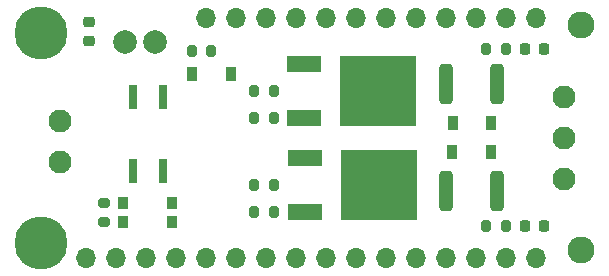
<source format=gts>
G04 #@! TF.GenerationSoftware,KiCad,Pcbnew,7.0.1*
G04 #@! TF.CreationDate,2023-06-02T18:51:41-05:00*
G04 #@! TF.ProjectId,MiniSSO,4d696e69-5353-44f2-9e6b-696361645f70,2*
G04 #@! TF.SameCoordinates,Original*
G04 #@! TF.FileFunction,Soldermask,Top*
G04 #@! TF.FilePolarity,Negative*
%FSLAX46Y46*%
G04 Gerber Fmt 4.6, Leading zero omitted, Abs format (unit mm)*
G04 Created by KiCad (PCBNEW 7.0.1) date 2023-06-02 18:51:41*
%MOMM*%
%LPD*%
G01*
G04 APERTURE LIST*
G04 Aperture macros list*
%AMRoundRect*
0 Rectangle with rounded corners*
0 $1 Rounding radius*
0 $2 $3 $4 $5 $6 $7 $8 $9 X,Y pos of 4 corners*
0 Add a 4 corners polygon primitive as box body*
4,1,4,$2,$3,$4,$5,$6,$7,$8,$9,$2,$3,0*
0 Add four circle primitives for the rounded corners*
1,1,$1+$1,$2,$3*
1,1,$1+$1,$4,$5*
1,1,$1+$1,$6,$7*
1,1,$1+$1,$8,$9*
0 Add four rect primitives between the rounded corners*
20,1,$1+$1,$2,$3,$4,$5,0*
20,1,$1+$1,$4,$5,$6,$7,0*
20,1,$1+$1,$6,$7,$8,$9,0*
20,1,$1+$1,$8,$9,$2,$3,0*%
G04 Aperture macros list end*
%ADD10R,3.000000X1.400000*%
%ADD11R,6.500000X6.000000*%
%ADD12RoundRect,0.218750X-0.256250X0.218750X-0.256250X-0.218750X0.256250X-0.218750X0.256250X0.218750X0*%
%ADD13C,4.500000*%
%ADD14R,0.900000X1.200000*%
%ADD15RoundRect,0.200000X-0.200000X-0.275000X0.200000X-0.275000X0.200000X0.275000X-0.200000X0.275000X0*%
%ADD16O,1.700000X1.700000*%
%ADD17RoundRect,0.218750X0.218750X0.256250X-0.218750X0.256250X-0.218750X-0.256250X0.218750X-0.256250X0*%
%ADD18C,2.286000*%
%ADD19C,1.950000*%
%ADD20C,2.000000*%
%ADD21RoundRect,0.200000X0.275000X-0.200000X0.275000X0.200000X-0.275000X0.200000X-0.275000X-0.200000X0*%
%ADD22RoundRect,0.250000X-0.312500X-1.450000X0.312500X-1.450000X0.312500X1.450000X-0.312500X1.450000X0*%
%ADD23R,0.900000X1.000000*%
%ADD24R,0.640000X2.000000*%
G04 APERTURE END LIST*
D10*
X141700000Y-82600000D03*
X141700000Y-87200000D03*
D11*
X147950000Y-84900000D03*
D12*
X123444000Y-71120000D03*
X123444000Y-72695000D03*
D13*
X119370725Y-72029269D03*
D14*
X157504400Y-79654400D03*
X154204400Y-79654400D03*
D15*
X137425000Y-84925000D03*
X139075000Y-84925000D03*
D16*
X133340725Y-70759269D03*
X135880725Y-70759269D03*
X138420725Y-70759269D03*
X140960725Y-70759269D03*
X143500725Y-70759269D03*
X146040725Y-70759269D03*
X148580725Y-70759269D03*
X151120725Y-70759269D03*
X153660725Y-70759269D03*
X156200725Y-70759269D03*
X158740725Y-70759269D03*
X161280725Y-70759269D03*
D14*
X157500000Y-82100000D03*
X154200000Y-82100000D03*
D17*
X161937500Y-88350000D03*
X160362500Y-88350000D03*
D18*
X165090725Y-90444269D03*
D19*
X120954800Y-82956400D03*
X120954800Y-79456400D03*
D13*
X119370725Y-89809269D03*
D15*
X137425000Y-87225000D03*
X139075000Y-87225000D03*
D17*
X161925100Y-73406000D03*
X160350100Y-73406000D03*
D10*
X141668850Y-74662000D03*
X141668850Y-79262000D03*
D11*
X147918850Y-76962000D03*
D15*
X137425000Y-79250000D03*
X139075000Y-79250000D03*
D20*
X126492000Y-72771000D03*
X129032000Y-72771000D03*
D15*
X132121525Y-73553269D03*
X133771525Y-73553269D03*
X157075000Y-88350000D03*
X158725000Y-88350000D03*
D21*
X124714000Y-88074000D03*
X124714000Y-86424000D03*
D22*
X153655350Y-76327000D03*
X157930350Y-76327000D03*
X153662500Y-85450000D03*
X157937500Y-85450000D03*
D23*
X126347000Y-86449000D03*
X130447000Y-86449000D03*
X126347000Y-88049000D03*
X130447000Y-88049000D03*
D15*
X137400000Y-76925000D03*
X139050000Y-76925000D03*
D16*
X161280725Y-91079269D03*
X158740725Y-91079269D03*
X156200725Y-91079269D03*
X153660725Y-91079269D03*
X151120725Y-91079269D03*
X148580725Y-91079269D03*
X146040725Y-91079269D03*
X143500725Y-91079269D03*
X140960725Y-91079269D03*
X138420725Y-91079269D03*
X135880725Y-91079269D03*
X133340725Y-91079269D03*
X130800725Y-91079269D03*
X128260725Y-91079269D03*
X125720725Y-91079269D03*
X123180725Y-91079269D03*
D19*
X163682400Y-77424400D03*
X163682400Y-80924400D03*
X163682400Y-84424400D03*
D18*
X165090725Y-71394269D03*
D15*
X157061400Y-73406000D03*
X158711400Y-73406000D03*
D24*
X129733925Y-77464469D03*
X127193925Y-77464469D03*
X127193925Y-83764469D03*
X129733925Y-83764469D03*
D14*
X135447925Y-75483669D03*
X132147925Y-75483669D03*
M02*

</source>
